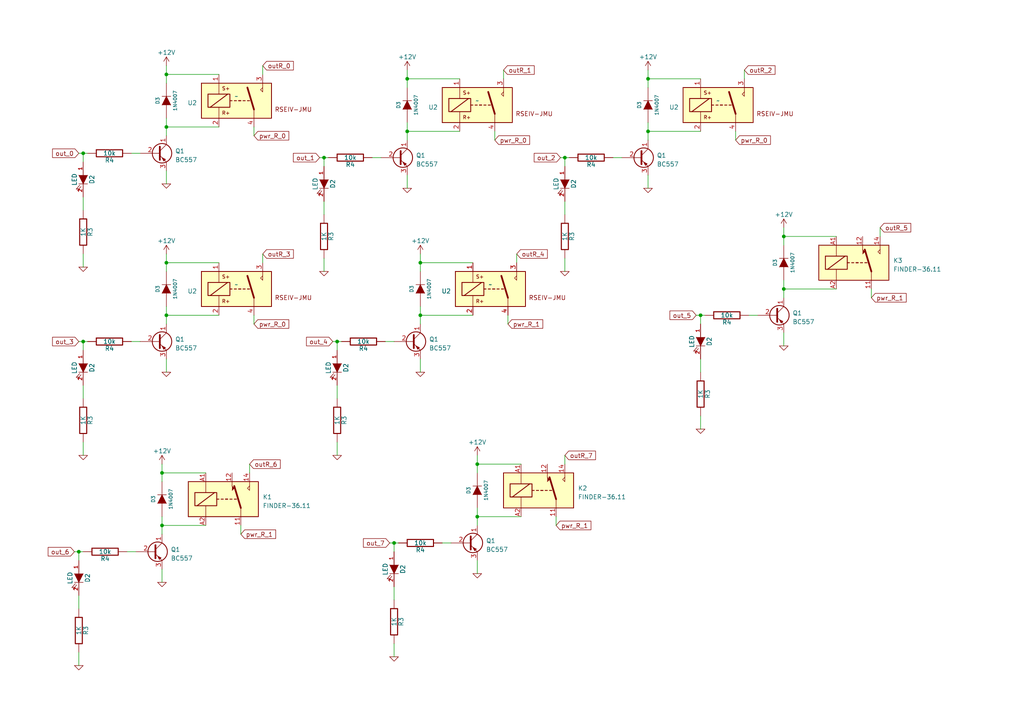
<source format=kicad_sch>
(kicad_sch (version 20230121) (generator eeschema)
  (paper "A4")
  (lib_symbols
    (symbol "Relay:FINDER-36.11"
      (property "Reference" "K" (at 11.43 3.81 0))
      (property "Value" "FINDER-36.11" (at 11.43 1.27 0))
      (symbol "FINDER-36.11_0_0"
        (polyline (pts (xy 2.54 3.81) (xy 2.54 5.08)))
        (polyline (pts (xy 7.62 3.81) (xy 7.62 5.08)))
        (polyline (pts (xy 7.62 3.81) (xy 7.62 2.54) (xy 6.985 3.175) (xy 7.62 3.81)))
      )
      (symbol "FINDER-36.11_0_1"
        (rectangle (start -10.16 5.08) (end 10.16 -5.08) (stroke (width 0.254)) (fill (type background)))
        (rectangle (start -8.255 1.905) (end -1.905 -1.905) (stroke (width 0.254)))
        (polyline (pts (xy -7.62 -1.905) (xy -2.54 1.905)) (stroke (width 0.254)))
        (polyline (pts (xy -5.08 -5.08) (xy -5.08 -1.905)))
        (polyline (pts (xy -5.08 5.08) (xy -5.08 1.905)))
        (polyline (pts (xy -1.905 0) (xy -1.27 0)) (stroke (width 0.254)))
        (polyline (pts (xy -0.635 0) (xy 0 0)) (stroke (width 0.254)))
        (polyline (pts (xy 0.635 0) (xy 1.27 0)) (stroke (width 0.254)))
        (polyline (pts (xy 0.635 0) (xy 1.27 0)) (stroke (width 0.254)))
        (polyline (pts (xy 1.905 0) (xy 2.54 0)) (stroke (width 0.254)))
        (polyline (pts (xy 3.175 0) (xy 3.81 0)) (stroke (width 0.254)))
        (polyline (pts (xy 5.08 -2.54) (xy 3.175 3.81)) (stroke (width 0.508)))
        (polyline (pts (xy 5.08 -2.54) (xy 5.08 -5.08)))
        (polyline (pts (xy 2.54 2.54) (xy 3.175 3.175) (xy 2.54 3.81)) (fill (type outline)))
      )
      (symbol "FINDER-36.11_1_1"
        (pin passive line (at 5.08 -7.62 90) (length 2.54) (name "~") (number "11"))
        (pin passive line (at 2.54 7.62 270) (length 2.54) (name "~") (number "12"))
        (pin passive line (at 7.62 7.62 270) (length 2.54) (name "~") (number "14"))
        (pin passive line (at -5.08 7.62 270) (length 2.54) (name "~") (number "A1"))
        (pin passive line (at -5.08 -7.62 90) (length 2.54) (name "~") (number "A2"))
      )
    )
    (symbol "Relay:RSEIV-JMU"
      (property "Reference" "U" (at 11.43 2.54 0))
      (symbol "RSEIV-JMU_0_0"
        (text "RSEIV-JMU" (at 16.51 -3.81 0) (effects (font (size 1.27 1.27))))
      )
      (symbol "RSEIV-JMU_1_1"
        (rectangle (start -10.16 3.81) (end 10.16 -6.35) (stroke (width 0.254)) (fill (type background)))
        (rectangle (start -8.255 0.635) (end -1.905 -3.175) (stroke (width 0.254)))
        (polyline (pts (xy -7.62 -3.175) (xy -2.54 0.635)) (stroke (width 0.254)))
        (polyline (pts (xy -5.08 -6.35) (xy -5.08 -3.175)))
        (polyline (pts (xy -5.08 3.81) (xy -5.08 0.635)))
        (polyline (pts (xy -1.905 -1.27) (xy -1.27 -1.27)) (stroke (width 0.254)))
        (polyline (pts (xy -0.635 -1.27) (xy 0 -1.27)) (stroke (width 0.254)))
        (polyline (pts (xy 0.635 -1.27) (xy 1.27 -1.27)) (stroke (width 0.254)))
        (polyline (pts (xy 0.635 -1.27) (xy 1.27 -1.27)) (stroke (width 0.254)))
        (polyline (pts (xy 1.905 -1.27) (xy 2.54 -1.27)) (stroke (width 0.254)))
        (polyline (pts (xy 3.175 -1.27) (xy 3.81 -1.27)) (stroke (width 0.254)))
        (polyline (pts (xy 5.08 -3.81) (xy 3.175 2.54)) (stroke (width 0.508)))
        (polyline (pts (xy 5.08 -3.81) (xy 5.08 -6.35)))
        (polyline (pts (xy 7.62 2.54) (xy 7.62 3.81)))
        (polyline (pts (xy 7.62 2.54) (xy 7.62 1.27) (xy 6.985 1.905) (xy 7.62 2.54)))
        (text "R+" (at -3.048 -4.826 0) (effects (font (size 1.016 1.016))))
        (text "S+" (at -3.048 2.286 0) (effects (font (size 1.016 1.016))))
        (pin passive line (at -5.08 6.35 270) (length 2.54) (name "~") (number "1"))
        (pin passive line (at -5.08 -8.89 90) (length 2.54) (name "~") (number "2"))
        (pin passive line (at 7.62 6.35 270) (length 2.54) (name "~") (number "3"))
        (pin passive line (at 5.08 -8.89 90) (length 2.54) (name "~") (number "4"))
      )
    )
    (symbol "Transistor_BJT:BC557" (pin_names (offset 0) hide)
      (property "Reference" "Q" (at 5.08 1.905 0))
      (property "Value" "BC557" (at 5.08 0 0))
      (symbol "BC557_0_1"
        (polyline (pts (xy 0.635 0.635) (xy 2.54 2.54)))
        (polyline (pts (xy 0.635 -0.635) (xy 2.54 -2.54) (xy 2.54 -2.54)))
        (polyline (pts (xy 0.635 1.905) (xy 0.635 -1.905) (xy 0.635 -1.905)) (stroke (width 0.508)))
        (polyline (pts (xy 2.286 -1.778) (xy 1.778 -2.286) (xy 1.27 -1.27) (xy 2.286 -1.778) (xy 2.286 -1.778)) (fill (type outline)))
        (circle (center 1.27 0) (radius 2.8194) (stroke (width 0.254)))
      )
      (symbol "BC557_1_1"
        (pin passive line (at 2.54 5.08 270) (length 2.54) (name "C") (number "1"))
        (pin input line (at -5.08 0 0) (length 5.715) (name "B") (number "2"))
        (pin passive line (at 2.54 -5.08 90) (length 2.54) (name "E") (number "3"))
      )
    )
    (symbol "plc-rescue:DIODE" (pin_numbers hide) (pin_names (offset 1.016) hide)
      (property "Reference" "D" (at 0 2.54 0))
      (property "Value" "DIODE" (at 0 -2.54 0))
      (symbol "DIODE_0_1"
        (polyline (pts (xy 1.27 1.27) (xy 1.27 -1.27)) (stroke (width 0.1524)))
        (polyline (pts (xy -1.27 1.27) (xy 1.27 0) (xy -1.27 -1.27)) (fill (type outline)))
      )
      (symbol "DIODE_1_1"
        (pin passive line (at -5.08 0 0) (length 3.81) (name "A") (number "1"))
        (pin passive line (at 5.08 0 180) (length 3.81) (name "K") (number "2"))
      )
    )
    (symbol "plc-rescue:GND" (power) (pin_names (offset 0))
      (symbol "GND_0_1"
        (polyline (pts (xy -1.27 0) (xy 0 -1.27) (xy 1.27 0) (xy -1.27 0)))
      )
      (symbol "GND_1_1"
        (pin power_in line (at 0 0 90) (length 0) hide (name "GND") (number "1"))
      )
    )
    (symbol "plc-rescue:LED" (pin_names (offset 1.016) hide)
      (property "Reference" "D" (at 0 2.54 0))
      (property "Value" "LED" (at 0 -2.54 0))
      (symbol "LED_0_1"
        (polyline (pts (xy 1.27 1.27) (xy 1.27 -1.27)))
        (polyline (pts (xy -1.27 1.27) (xy 1.27 0) (xy -1.27 -1.27)) (fill (type outline)))
        (polyline (pts (xy 1.651 -1.016) (xy 2.794 -2.032) (xy 2.667 -1.397)))
        (polyline (pts (xy 2.032 -0.635) (xy 3.175 -1.651) (xy 3.048 -1.016)))
      )
      (symbol "LED_1_1"
        (pin passive line (at -5.08 0 0) (length 3.81) (name "A") (number "1"))
        (pin passive line (at 5.08 0 180) (length 3.81) (name "K") (number "2"))
      )
    )
    (symbol "plc-rescue:R" (pin_numbers hide) (pin_names (offset 0))
      (property "Reference" "R" (at 2.032 0 90))
      (property "Value" "R" (at 0 0 90))
      (symbol "R_0_1"
        (rectangle (start -1.016 3.81) (end 1.016 -3.81) (stroke (width 0.3048)))
      )
      (symbol "R_1_1"
        (pin passive line (at 0 6.35 270) (length 2.54) (name "~") (number "1"))
        (pin passive line (at 0 -6.35 90) (length 2.54) (name "~") (number "2"))
      )
    )
    (symbol "power:+12V" (power) (pin_names (offset 0))
      (property "Value" "+12V" (at 0 3.556 0))
      (symbol "+12V_0_1"
        (polyline (pts (xy -0.762 1.27) (xy 0 2.54)))
        (polyline (pts (xy 0 0) (xy 0 2.54)))
        (polyline (pts (xy 0 2.54) (xy 0.762 1.27)))
      )
      (symbol "+12V_1_1"
        (pin power_in line (at 0 0 90) (length 0) hide (name "+12V") (number "1"))
      )
    )
  )
  (junction (at 48.26 21.59))
  (junction (at 138.43 149.86))
  (junction (at 48.26 36.83))
  (junction (at 114.3 157.48))
  (junction (at 22.86 160.02))
  (junction (at 227.33 83.82))
  (junction (at 187.96 38.1))
  (junction (at 24.13 44.45))
  (junction (at 203.2 91.44))
  (junction (at 93.98 45.72))
  (junction (at 227.33 68.58))
  (junction (at 121.92 76.2))
  (junction (at 121.92 91.44))
  (junction (at 48.26 76.2))
  (junction (at 118.11 22.86))
  (junction (at 46.99 152.4))
  (junction (at 24.13 99.06))
  (junction (at 118.11 38.1))
  (junction (at 187.96 22.86))
  (junction (at 138.43 134.62))
  (junction (at 48.26 91.44))
  (junction (at 163.83 45.72))
  (junction (at 46.99 137.16))
  (junction (at 97.79 99.06))
  (wire (pts (xy 22.86 189.23) (xy 22.86 193.04)))
  (wire (pts (xy 138.43 149.86) (xy 138.43 152.4)))
  (wire (pts (xy 163.83 45.72) (xy 165.1 45.72)))
  (wire (pts (xy 69.85 152.4) (xy 69.85 154.94)))
  (wire (pts (xy 48.26 39.37) (xy 48.26 36.83)))
  (wire (pts (xy 24.13 99.06) (xy 25.4 99.06)))
  (wire (pts (xy 213.36 38.1) (xy 213.36 40.64)))
  (wire (pts (xy 93.98 45.72) (xy 93.98 48.26)))
  (wire (pts (xy 48.26 21.59) (xy 63.5 21.59)))
  (wire (pts (xy 48.26 91.44) (xy 63.5 91.44)))
  (wire (pts (xy 48.26 36.83) (xy 63.5 36.83)))
  (wire (pts (xy 227.33 68.58) (xy 242.57 68.58)))
  (wire (pts (xy 138.43 162.56) (xy 138.43 166.37)))
  (wire (pts (xy 118.11 22.86) (xy 118.11 20.32)))
  (wire (pts (xy 97.79 111.76) (xy 97.79 115.57)))
  (wire (pts (xy 93.98 45.72) (xy 95.25 45.72)))
  (wire (pts (xy 227.33 86.36) (xy 227.33 83.82)))
  (wire (pts (xy 22.86 160.02) (xy 22.86 162.56)))
  (wire (pts (xy 92.71 45.72) (xy 93.98 45.72)))
  (wire (pts (xy 107.95 45.72) (xy 110.49 45.72)))
  (wire (pts (xy 252.73 83.82) (xy 252.73 86.36)))
  (wire (pts (xy 227.33 83.82) (xy 242.57 83.82)))
  (wire (pts (xy 24.13 128.27) (xy 24.13 132.08)))
  (wire (pts (xy 163.83 45.72) (xy 163.83 48.26)))
  (wire (pts (xy 118.11 50.8) (xy 118.11 54.61)))
  (wire (pts (xy 163.83 58.42) (xy 163.83 62.23)))
  (wire (pts (xy 97.79 128.27) (xy 97.79 132.08)))
  (wire (pts (xy 48.26 21.59) (xy 48.26 19.05)))
  (wire (pts (xy 46.99 165.1) (xy 46.99 168.91)))
  (wire (pts (xy 227.33 71.12) (xy 227.33 68.58)))
  (wire (pts (xy 187.96 40.64) (xy 187.96 38.1)))
  (wire (pts (xy 121.92 91.44) (xy 121.92 88.9)))
  (wire (pts (xy 118.11 25.4) (xy 118.11 22.86)))
  (wire (pts (xy 73.66 36.83) (xy 73.66 39.37)))
  (wire (pts (xy 22.86 99.06) (xy 24.13 99.06)))
  (wire (pts (xy 121.92 76.2) (xy 137.16 76.2)))
  (wire (pts (xy 24.13 73.66) (xy 24.13 77.47)))
  (wire (pts (xy 76.2 73.66) (xy 76.2 76.2)))
  (wire (pts (xy 76.2 19.05) (xy 76.2 21.59)))
  (wire (pts (xy 255.27 66.04) (xy 255.27 68.58)))
  (wire (pts (xy 149.86 73.66) (xy 149.86 76.2)))
  (wire (pts (xy 138.43 149.86) (xy 151.13 149.86)))
  (wire (pts (xy 48.26 104.14) (xy 48.26 107.95)))
  (wire (pts (xy 203.2 91.44) (xy 203.2 93.98)))
  (wire (pts (xy 121.92 78.74) (xy 121.92 76.2)))
  (wire (pts (xy 24.13 111.76) (xy 24.13 115.57)))
  (wire (pts (xy 201.93 91.44) (xy 203.2 91.44)))
  (wire (pts (xy 187.96 50.8) (xy 187.96 54.61)))
  (wire (pts (xy 21.59 160.02) (xy 22.86 160.02)))
  (wire (pts (xy 48.26 36.83) (xy 48.26 34.29)))
  (wire (pts (xy 46.99 137.16) (xy 59.69 137.16)))
  (wire (pts (xy 114.3 170.18) (xy 114.3 173.99)))
  (wire (pts (xy 187.96 22.86) (xy 203.2 22.86)))
  (wire (pts (xy 118.11 40.64) (xy 118.11 38.1)))
  (wire (pts (xy 203.2 120.65) (xy 203.2 124.46)))
  (wire (pts (xy 97.79 99.06) (xy 99.06 99.06)))
  (wire (pts (xy 93.98 74.93) (xy 93.98 78.74)))
  (wire (pts (xy 48.26 49.53) (xy 48.26 53.34)))
  (wire (pts (xy 48.26 76.2) (xy 48.26 73.66)))
  (wire (pts (xy 163.83 74.93) (xy 163.83 78.74)))
  (wire (pts (xy 24.13 44.45) (xy 24.13 46.99)))
  (wire (pts (xy 36.83 160.02) (xy 39.37 160.02)))
  (wire (pts (xy 227.33 68.58) (xy 227.33 66.04)))
  (wire (pts (xy 203.2 104.14) (xy 203.2 107.95)))
  (wire (pts (xy 24.13 99.06) (xy 24.13 101.6)))
  (wire (pts (xy 147.32 91.44) (xy 147.32 93.98)))
  (wire (pts (xy 128.27 157.48) (xy 130.81 157.48)))
  (wire (pts (xy 138.43 134.62) (xy 138.43 137.16)))
  (wire (pts (xy 146.05 20.32) (xy 146.05 22.86)))
  (wire (pts (xy 22.86 160.02) (xy 24.13 160.02)))
  (wire (pts (xy 46.99 137.16) (xy 46.99 139.7)))
  (wire (pts (xy 121.92 104.14) (xy 121.92 107.95)))
  (wire (pts (xy 111.76 99.06) (xy 114.3 99.06)))
  (wire (pts (xy 97.79 99.06) (xy 97.79 101.6)))
  (wire (pts (xy 73.66 91.44) (xy 73.66 93.98)))
  (wire (pts (xy 22.86 172.72) (xy 22.86 176.53)))
  (wire (pts (xy 48.26 91.44) (xy 48.26 88.9)))
  (wire (pts (xy 138.43 132.08) (xy 138.43 134.62)))
  (wire (pts (xy 38.1 99.06) (xy 40.64 99.06)))
  (wire (pts (xy 46.99 149.86) (xy 46.99 152.4)))
  (wire (pts (xy 215.9 20.32) (xy 215.9 22.86)))
  (wire (pts (xy 48.26 93.98) (xy 48.26 91.44)))
  (wire (pts (xy 93.98 58.42) (xy 93.98 62.23)))
  (wire (pts (xy 114.3 186.69) (xy 114.3 190.5)))
  (wire (pts (xy 187.96 38.1) (xy 203.2 38.1)))
  (wire (pts (xy 46.99 152.4) (xy 46.99 154.94)))
  (wire (pts (xy 22.86 44.45) (xy 24.13 44.45)))
  (wire (pts (xy 114.3 157.48) (xy 114.3 160.02)))
  (wire (pts (xy 227.33 83.82) (xy 227.33 81.28)))
  (wire (pts (xy 46.99 152.4) (xy 59.69 152.4)))
  (wire (pts (xy 46.99 134.62) (xy 46.99 137.16)))
  (wire (pts (xy 121.92 93.98) (xy 121.92 91.44)))
  (wire (pts (xy 48.26 76.2) (xy 63.5 76.2)))
  (wire (pts (xy 96.52 99.06) (xy 97.79 99.06)))
  (wire (pts (xy 24.13 57.15) (xy 24.13 60.96)))
  (wire (pts (xy 163.83 132.08) (xy 163.83 134.62)))
  (wire (pts (xy 24.13 44.45) (xy 25.4 44.45)))
  (wire (pts (xy 118.11 22.86) (xy 133.35 22.86)))
  (wire (pts (xy 177.8 45.72) (xy 180.34 45.72)))
  (wire (pts (xy 118.11 38.1) (xy 133.35 38.1)))
  (wire (pts (xy 187.96 38.1) (xy 187.96 35.56)))
  (wire (pts (xy 162.56 45.72) (xy 163.83 45.72)))
  (wire (pts (xy 38.1 44.45) (xy 40.64 44.45)))
  (wire (pts (xy 48.26 78.74) (xy 48.26 76.2)))
  (wire (pts (xy 113.03 157.48) (xy 114.3 157.48)))
  (wire (pts (xy 143.51 38.1) (xy 143.51 40.64)))
  (wire (pts (xy 227.33 96.52) (xy 227.33 100.33)))
  (wire (pts (xy 138.43 134.62) (xy 151.13 134.62)))
  (wire (pts (xy 121.92 91.44) (xy 137.16 91.44)))
  (wire (pts (xy 48.26 24.13) (xy 48.26 21.59)))
  (wire (pts (xy 217.17 91.44) (xy 219.71 91.44)))
  (wire (pts (xy 72.39 134.62) (xy 72.39 137.16)))
  (wire (pts (xy 138.43 147.32) (xy 138.43 149.86)))
  (wire (pts (xy 203.2 91.44) (xy 204.47 91.44)))
  (wire (pts (xy 114.3 157.48) (xy 115.57 157.48)))
  (wire (pts (xy 121.92 76.2) (xy 121.92 73.66)))
  (wire (pts (xy 118.11 38.1) (xy 118.11 35.56)))
  (wire (pts (xy 161.29 149.86) (xy 161.29 152.4)))
  (wire (pts (xy 187.96 25.4) (xy 187.96 22.86)))
  (wire (pts (xy 187.96 22.86) (xy 187.96 20.32)))
  (global_label "out_1" (shape input) (at 92.71 45.72 180) (property "Intersheetrefs" "${INTERSHEET_REFS}" (effects hide)))
  (global_label "out_6" (shape input) (at 21.59 160.02 180) (property "Intersheetrefs" "${INTERSHEET_REFS}" (effects hide)))
  (global_label "pwr_R_1" (shape input) (at 69.85 154.94 0) (property "Intersheetrefs" "${INTERSHEET_REFS}" (effects hide)))
  (global_label "out_7" (shape input) (at 113.03 157.48 180) (property "Intersheetrefs" "${INTERSHEET_REFS}" (effects hide)))
  (global_label "out_3" (shape input) (at 22.86 99.06 180) (property "Intersheetrefs" "${INTERSHEET_REFS}" (effects hide)))
  (global_label "outR_6" (shape input) (at 72.39 134.62 0) (property "Intersheetrefs" "${INTERSHEET_REFS}" (effects hide)))
  (global_label "outR_3" (shape input) (at 76.2 73.66 0) (property "Intersheetrefs" "${INTERSHEET_REFS}" (effects hide)))
  (global_label "out_4" (shape input) (at 96.52 99.06 180) (property "Intersheetrefs" "${INTERSHEET_REFS}" (effects hide)))
  (global_label "pwr_R_1" (shape input) (at 147.32 93.98 0) (property "Intersheetrefs" "${INTERSHEET_REFS}" (effects hide)))
  (global_label "outR_5" (shape input) (at 255.27 66.04 0) (property "Intersheetrefs" "${INTERSHEET_REFS}" (effects hide)))
  (global_label "out_2" (shape input) (at 162.56 45.72 180) (property "Intersheetrefs" "${INTERSHEET_REFS}" (effects hide)))
  (global_label "pwr_R_1" (shape input) (at 161.29 152.4 0) (property "Intersheetrefs" "${INTERSHEET_REFS}" (effects hide)))
  (global_label "pwr_R_0" (shape input) (at 73.66 93.98 0) (property "Intersheetrefs" "${INTERSHEET_REFS}" (effects hide)))
  (global_label "outR_1" (shape input) (at 146.05 20.32 0) (property "Intersheetrefs" "${INTERSHEET_REFS}" (effects hide)))
  (global_label "pwr_R_0" (shape input) (at 73.66 39.37 0) (property "Intersheetrefs" "${INTERSHEET_REFS}" (effects hide)))
  (global_label "pwr_R_0" (shape input) (at 213.36 40.64 0) (property "Intersheetrefs" "${INTERSHEET_REFS}" (effects hide)))
  (global_label "outR_7" (shape input) (at 163.83 132.08 0) (property "Intersheetrefs" "${INTERSHEET_REFS}" (effects hide)))
  (global_label "outR_4" (shape input) (at 149.86 73.66 0) (property "Intersheetrefs" "${INTERSHEET_REFS}" (effects hide)))
  (global_label "outR_0" (shape input) (at 76.2 19.05 0) (property "Intersheetrefs" "${INTERSHEET_REFS}" (effects hide)))
  (global_label "pwr_R_1" (shape input) (at 252.73 86.36 0) (property "Intersheetrefs" "${INTERSHEET_REFS}" (effects hide)))
  (global_label "pwr_R_0" (shape input) (at 143.51 40.64 0) (property "Intersheetrefs" "${INTERSHEET_REFS}" (effects hide)))
  (global_label "out_0" (shape input) (at 22.86 44.45 180) (property "Intersheetrefs" "${INTERSHEET_REFS}" (effects hide)))
  (global_label "outR_2" (shape input) (at 215.9 20.32 0) (property "Intersheetrefs" "${INTERSHEET_REFS}" (effects hide)))
  (global_label "out_5" (shape input) (at 201.93 91.44 180) (property "Intersheetrefs" "${INTERSHEET_REFS}" (effects hide)))
  (symbol (lib_id "plc-rescue:R") (at 203.2 114.3 0) (unit 1)
    (property "Reference" "R3" (at 205.232 114.3 90))
    (property "Value" "1K" (at 203.2 114.3 90))
    (property "Footprint" "Resistor_THT:R_Axial_DIN0204_L3.6mm_D1.6mm_P5.08mm_Horizontal" (effects hide))
    (instances (project "plc" (path "" (reference "R3") (unit 1)) (path "" (reference "R29") (unit 1))))
  )
  (symbol (lib_id "plc-rescue:GND") (at 48.26 53.34 0) (unit 1)
    (property "Reference" "#PWR0105" (effects hide))
    (property "Value" "GND" (effects hide))
    (instances (project "plc" (path "" (reference "#PWR0105") (unit 1)) (path "" (reference "#PWR03") (unit 1))))
  )
  (symbol (lib_id "plc-rescue:GND") (at 46.99 168.91 0) (unit 1)
    (property "Reference" "#PWR0105" (effects hide))
    (property "Value" "GND" (effects hide))
    (instances (project "plc" (path "" (reference "#PWR0105") (unit 1)) (path "" (reference "#PWR015") (unit 1))))
  )
  (symbol (lib_id "plc-rescue:GND") (at 118.11 54.61 0) (unit 1)
    (property "Reference" "#PWR0105" (effects hide))
    (property "Value" "GND" (effects hide))
    (instances (project "plc" (path "" (reference "#PWR0105") (unit 1)) (path "" (reference "#PWR046") (unit 1))))
  )
  (symbol (lib_id "plc-rescue:R") (at 101.6 45.72 270) (unit 1)
    (property "Reference" "R4" (at 101.6 47.752 90))
    (property "Value" "10k" (at 101.6 45.72 90))
    (property "Footprint" "Resistor_THT:R_Axial_DIN0204_L3.6mm_D1.6mm_P5.08mm_Horizontal" (effects hide))
    (instances (project "plc" (path "" (reference "R4") (unit 1)) (path "" (reference "R22") (unit 1))))
  )
  (symbol (lib_id "plc-rescue:GND") (at 203.2 124.46 0) (unit 1)
    (property "Reference" "#PWR0103" (effects hide))
    (property "Value" "GND" (effects hide))
    (instances (project "plc" (path "" (reference "#PWR0103") (unit 1)) (path "" (reference "#PWR056") (unit 1))))
  )
  (symbol (lib_id "plc-rescue:LED") (at 163.83 53.34 270) (unit 1)
    (property "Reference" "D2" (at 166.37 53.34 0))
    (property "Value" "LED" (at 161.29 53.34 0))
    (property "Footprint" "LED_THT:LED_D3.0mm" (effects hide))
    (instances (project "plc" (path "" (reference "D2") (unit 1)) (path "" (reference "D15") (unit 1))))
  )
  (symbol (lib_id "plc-rescue:LED") (at 93.98 53.34 270) (unit 1)
    (property "Reference" "D2" (at 96.52 53.34 0))
    (property "Value" "LED" (at 91.44 53.34 0))
    (property "Footprint" "LED_THT:LED_D3.0mm" (effects hide))
    (instances (project "plc" (path "" (reference "D2") (unit 1)) (path "" (reference "D13") (unit 1))))
  )
  (symbol (lib_id "power:+12V") (at 121.92 73.66 0) (unit 1)
    (property "Reference" "#PWR04" (effects hide))
    (property "Value" "+12V" (at 121.92 69.85 0))
    (instances (project "plc" (path "" (reference "#PWR04") (unit 1)) (path "" (reference "#PWR054") (unit 1))))
  )
  (symbol (lib_id "plc-rescue:DIODE") (at 121.92 83.82 90) (unit 1)
    (property "Reference" "D3" (at 119.38 83.82 0) (effects (font (size 1.016 1.016))))
    (property "Value" "1N4007" (at 124.46 83.82 0) (effects (font (size 1.016 1.016))))
    (property "Footprint" "Diode_THT:D_A-405_P7.62mm_Horizontal" (effects hide))
    (instances (project "plc" (path "" (reference "D3") (unit 1)) (path "" (reference "D20") (unit 1))))
  )
  (symbol (lib_id "plc-rescue:R") (at 210.82 91.44 270) (unit 1)
    (property "Reference" "R4" (at 210.82 93.472 90))
    (property "Value" "10k" (at 210.82 91.44 90))
    (property "Footprint" "Resistor_THT:R_Axial_DIN0204_L3.6mm_D1.6mm_P5.08mm_Horizontal" (effects hide))
    (instances (project "plc" (path "" (reference "R4") (unit 1)) (path "" (reference "R30") (unit 1))))
  )
  (symbol (lib_id "plc-rescue:GND") (at 48.26 107.95 0) (unit 1)
    (property "Reference" "#PWR0105" (effects hide))
    (property "Value" "GND" (effects hide))
    (instances (project "plc" (path "" (reference "#PWR0105") (unit 1)) (path "" (reference "#PWR052") (unit 1))))
  )
  (symbol (lib_id "power:+12V") (at 46.99 134.62 0) (unit 1)
    (property "Reference" "#PWR04" (effects hide))
    (property "Value" "+12V" (at 46.99 130.81 0))
    (instances (project "plc" (path "" (reference "#PWR04") (unit 1)) (path "" (reference "#PWR014") (unit 1))))
  )
  (symbol (lib_id "plc-rescue:LED") (at 114.3 165.1 270) (unit 1)
    (property "Reference" "D2" (at 116.84 165.1 0))
    (property "Value" "LED" (at 111.76 165.1 0))
    (property "Footprint" "LED_THT:LED_D3.0mm" (effects hide))
    (instances (project "plc" (path "" (reference "D2") (unit 1)) (path "" (reference "D23") (unit 1))))
  )
  (symbol (lib_id "Transistor_BJT:BC557") (at 224.79 91.44 0) (unit 1)
    (property "Reference" "Q1" (at 229.87 90.805 0) (effects (justify left)))
    (property "Value" "BC557" (at 229.87 93.345 0) (effects (justify left)))
    (property "Footprint" "Package_TO_SOT_THT:TO-92_Inline" (effects hide))
    (property "Datasheet" "https://www.onsemi.com/pub/Collateral/BC556BTA-D.pdf" (effects hide))
    (instances (project "plc" (path "" (reference "Q1") (unit 1)) (path "" (reference "Q7") (unit 1))))
  )
  (symbol (lib_id "plc-rescue:R") (at 31.75 99.06 270) (unit 1)
    (property "Reference" "R4" (at 31.75 101.092 90))
    (property "Value" "10k" (at 31.75 99.06 90))
    (property "Footprint" "Resistor_THT:R_Axial_DIN0204_L3.6mm_D1.6mm_P5.08mm_Horizontal" (effects hide))
    (instances (project "plc" (path "" (reference "R4") (unit 1)) (path "" (reference "R26") (unit 1))))
  )
  (symbol (lib_id "Relay:FINDER-36.11") (at 247.65 76.2 0) (unit 1)
    (property "Reference" "K3" (at 259.08 75.565 0) (effects (justify left)))
    (property "Value" "FINDER-36.11" (at 259.08 78.105 0) (effects (justify left)))
    (property "Footprint" "Relay_THT:Relay_SPDT_Finder_36.11" (effects hide))
    (property "Datasheet" "https://gfinder.findernet.com/public/attachments/36/EN/S36EN.pdf" (effects hide))
  )
  (symbol (lib_id "Relay:RSEIV-JMU") (at 208.28 29.21 0) (unit 1)
    (property "Reference" "U2" (at 196.85 31.115 0) (effects (justify right)))
    (property "Value" "~" (at 208.28 29.21 0))
    (property "Footprint" "Relay_THT:RSEIV-JMU" (effects hide))
    (instances (project "plc" (path "" (reference "U2") (unit 1)) (path "" (reference "U13") (unit 1))))
  )
  (symbol (lib_id "plc-rescue:DIODE") (at 187.96 30.48 90) (unit 1)
    (property "Reference" "D3" (at 185.42 30.48 0) (effects (font (size 1.016 1.016))))
    (property "Value" "1N4007" (at 190.5 30.48 0) (effects (font (size 1.016 1.016))))
    (property "Footprint" "Diode_THT:D_A-405_P7.62mm_Horizontal" (effects hide))
    (instances (project "plc" (path "" (reference "D3") (unit 1)) (path "" (reference "D16") (unit 1))))
  )
  (symbol (lib_id "plc-rescue:LED") (at 203.2 99.06 270) (unit 1)
    (property "Reference" "D2" (at 205.74 99.06 0))
    (property "Value" "LED" (at 200.66 99.06 0))
    (property "Footprint" "LED_THT:LED_D3.0mm" (effects hide))
    (instances (project "plc" (path "" (reference "D2") (unit 1)) (path "" (reference "D21") (unit 1))))
  )
  (symbol (lib_id "plc-rescue:GND") (at 97.79 132.08 0) (unit 1)
    (property "Reference" "#PWR0103" (effects hide))
    (property "Value" "GND" (effects hide))
    (instances (project "plc" (path "" (reference "#PWR0103") (unit 1)) (path "" (reference "#PWR053") (unit 1))))
  )
  (symbol (lib_id "plc-rescue:LED") (at 22.86 167.64 270) (unit 1)
    (property "Reference" "D2" (at 25.4 167.64 0))
    (property "Value" "LED" (at 20.32 167.64 0))
    (property "Footprint" "LED_THT:LED_D3.0mm" (effects hide))
  )
  (symbol (lib_id "Transistor_BJT:BC557") (at 115.57 45.72 0) (unit 1)
    (property "Reference" "Q1" (at 120.65 45.085 0) (effects (justify left)))
    (property "Value" "BC557" (at 120.65 47.625 0) (effects (justify left)))
    (property "Footprint" "Package_TO_SOT_THT:TO-92_Inline" (effects hide))
    (property "Datasheet" "https://www.onsemi.com/pub/Collateral/BC556BTA-D.pdf" (effects hide))
    (instances (project "plc" (path "" (reference "Q1") (unit 1)) (path "" (reference "Q3") (unit 1))))
  )
  (symbol (lib_id "plc-rescue:GND") (at 227.33 100.33 0) (unit 1)
    (property "Reference" "#PWR0105" (effects hide))
    (property "Value" "GND" (effects hide))
    (instances (project "plc" (path "" (reference "#PWR0105") (unit 1)) (path "" (reference "#PWR058") (unit 1))))
  )
  (symbol (lib_id "power:+12V") (at 48.26 73.66 0) (unit 1)
    (property "Reference" "#PWR04" (effects hide))
    (property "Value" "+12V" (at 48.26 69.85 0))
    (instances (project "plc" (path "" (reference "#PWR04") (unit 1)) (path "" (reference "#PWR051") (unit 1))))
  )
  (symbol (lib_id "Transistor_BJT:BC557") (at 45.72 99.06 0) (unit 1)
    (property "Reference" "Q1" (at 50.8 98.425 0) (effects (justify left)))
    (property "Value" "BC557" (at 50.8 100.965 0) (effects (justify left)))
    (property "Footprint" "Package_TO_SOT_THT:TO-92_Inline" (effects hide))
    (property "Datasheet" "https://www.onsemi.com/pub/Collateral/BC556BTA-D.pdf" (effects hide))
    (instances (project "plc" (path "" (reference "Q1") (unit 1)) (path "" (reference "Q5") (unit 1))))
  )
  (symbol (lib_id "plc-rescue:R") (at 97.79 121.92 0) (unit 1)
    (property "Reference" "R3" (at 99.822 121.92 90))
    (property "Value" "1K" (at 97.79 121.92 90))
    (property "Footprint" "Resistor_THT:R_Axial_DIN0204_L3.6mm_D1.6mm_P5.08mm_Horizontal" (effects hide))
    (instances (project "plc" (path "" (reference "R3") (unit 1)) (path "" (reference "R27") (unit 1))))
  )
  (symbol (lib_id "Transistor_BJT:BC557") (at 44.45 160.02 0) (unit 1)
    (property "Reference" "Q1" (at 49.53 159.385 0) (effects (justify left)))
    (property "Value" "BC557" (at 49.53 161.925 0) (effects (justify left)))
    (property "Footprint" "Package_TO_SOT_THT:TO-92_Inline" (effects hide))
    (property "Datasheet" "https://www.onsemi.com/pub/Collateral/BC556BTA-D.pdf" (effects hide))
  )
  (symbol (lib_id "plc-rescue:R") (at 171.45 45.72 270) (unit 1)
    (property "Reference" "R4" (at 171.45 47.752 90))
    (property "Value" "10k" (at 171.45 45.72 90))
    (property "Footprint" "Resistor_THT:R_Axial_DIN0204_L3.6mm_D1.6mm_P5.08mm_Horizontal" (effects hide))
    (instances (project "plc" (path "" (reference "R4") (unit 1)) (path "" (reference "R24") (unit 1))))
  )
  (symbol (lib_id "plc-rescue:GND") (at 187.96 54.61 0) (unit 1)
    (property "Reference" "#PWR0105" (effects hide))
    (property "Value" "GND" (effects hide))
    (instances (project "plc" (path "" (reference "#PWR0105") (unit 1)) (path "" (reference "#PWR049") (unit 1))))
  )
  (symbol (lib_id "power:+12V") (at 227.33 66.04 0) (unit 1)
    (property "Reference" "#PWR04" (effects hide))
    (property "Value" "+12V" (at 227.33 62.23 0))
    (instances (project "plc" (path "" (reference "#PWR04") (unit 1)) (path "" (reference "#PWR057") (unit 1))))
  )
  (symbol (lib_id "power:+12V") (at 138.43 132.08 0) (unit 1)
    (property "Reference" "#PWR04" (effects hide))
    (property "Value" "+12V" (at 138.43 128.27 0))
    (instances (project "plc" (path "" (reference "#PWR04") (unit 1)) (path "" (reference "#PWR061") (unit 1))))
  )
  (symbol (lib_id "Transistor_BJT:BC557") (at 185.42 45.72 0) (unit 1)
    (property "Reference" "Q1" (at 190.5 45.085 0) (effects (justify left)))
    (property "Value" "BC557" (at 190.5 47.625 0) (effects (justify left)))
    (property "Footprint" "Package_TO_SOT_THT:TO-92_Inline" (effects hide))
    (property "Datasheet" "https://www.onsemi.com/pub/Collateral/BC556BTA-D.pdf" (effects hide))
    (instances (project "plc" (path "" (reference "Q1") (unit 1)) (path "" (reference "Q4") (unit 1))))
  )
  (symbol (lib_id "Relay:FINDER-36.11") (at 64.77 144.78 0) (unit 1)
    (property "Reference" "K1" (at 76.2 144.145 0) (effects (justify left)))
    (property "Value" "FINDER-36.11" (at 76.2 146.685 0) (effects (justify left)))
    (property "Footprint" "Relay_THT:Relay_SPDT_Finder_36.11" (effects hide))
    (property "Datasheet" "https://gfinder.findernet.com/public/attachments/36/EN/S36EN.pdf" (effects hide))
  )
  (symbol (lib_id "Relay:RSEIV-JMU") (at 68.58 82.55 0) (unit 1)
    (property "Reference" "U2" (at 57.15 84.455 0) (effects (justify right)))
    (property "Value" "~" (at 68.58 82.55 0))
    (property "Footprint" "Relay_THT:RSEIV-JMU" (effects hide))
    (instances (project "plc" (path "" (reference "U2") (unit 1)) (path "" (reference "U14") (unit 1))))
  )
  (symbol (lib_id "power:+12V") (at 187.96 20.32 0) (unit 1)
    (property "Reference" "#PWR04" (effects hide))
    (property "Value" "+12V" (at 187.96 16.51 0))
    (instances (project "plc" (path "" (reference "#PWR04") (unit 1)) (path "" (reference "#PWR048") (unit 1))))
  )
  (symbol (lib_id "plc-rescue:GND") (at 163.83 78.74 0) (unit 1)
    (property "Reference" "#PWR0103" (effects hide))
    (property "Value" "GND" (effects hide))
    (instances (project "plc" (path "" (reference "#PWR0103") (unit 1)) (path "" (reference "#PWR047") (unit 1))))
  )
  (symbol (lib_id "power:+12V") (at 118.11 20.32 0) (unit 1)
    (property "Reference" "#PWR04" (effects hide))
    (property "Value" "+12V" (at 118.11 16.51 0))
    (instances (project "plc" (path "" (reference "#PWR04") (unit 1)) (path "" (reference "#PWR045") (unit 1))))
  )
  (symbol (lib_id "plc-rescue:GND") (at 24.13 132.08 0) (unit 1)
    (property "Reference" "#PWR0103" (effects hide))
    (property "Value" "GND" (effects hide))
    (instances (project "plc" (path "" (reference "#PWR0103") (unit 1)) (path "" (reference "#PWR050") (unit 1))))
  )
  (symbol (lib_id "Relay:RSEIV-JMU") (at 68.58 27.94 0) (unit 1)
    (property "Reference" "U2" (at 57.15 29.845 0) (effects (justify right)))
    (property "Value" "~" (at 68.58 27.94 0))
    (property "Footprint" "Relay_THT:RSEIV-JMU" (effects hide))
    (instances (project "plc" (path "" (reference "U2") (unit 1)) (path "" (reference "U3") (unit 1))))
  )
  (symbol (lib_id "plc-rescue:DIODE") (at 118.11 30.48 90) (unit 1)
    (property "Reference" "D3" (at 115.57 30.48 0) (effects (font (size 1.016 1.016))))
    (property "Value" "1N4007" (at 120.65 30.48 0) (effects (font (size 1.016 1.016))))
    (property "Footprint" "Diode_THT:D_A-405_P7.62mm_Horizontal" (effects hide))
    (instances (project "plc" (path "" (reference "D3") (unit 1)) (path "" (reference "D14") (unit 1))))
  )
  (symbol (lib_id "plc-rescue:LED") (at 97.79 106.68 270) (unit 1)
    (property "Reference" "D2" (at 100.33 106.68 0))
    (property "Value" "LED" (at 95.25 106.68 0))
    (property "Footprint" "LED_THT:LED_D3.0mm" (effects hide))
    (instances (project "plc" (path "" (reference "D2") (unit 1)) (path "" (reference "D19") (unit 1))))
  )
  (symbol (lib_id "plc-rescue:GND") (at 22.86 193.04 0) (unit 1)
    (property "Reference" "#PWR0103" (effects hide))
    (property "Value" "GND" (effects hide))
    (instances (project "plc" (path "" (reference "#PWR0103") (unit 1)) (path "" (reference "#PWR04") (unit 1))))
  )
  (symbol (lib_id "plc-rescue:R") (at 22.86 182.88 0) (unit 1)
    (property "Reference" "R3" (at 24.892 182.88 90))
    (property "Value" "1K" (at 22.86 182.88 90))
    (property "Footprint" "Resistor_THT:R_Axial_DIN0204_L3.6mm_D1.6mm_P5.08mm_Horizontal" (effects hide))
  )
  (symbol (lib_id "plc-rescue:DIODE") (at 48.26 29.21 90) (unit 1)
    (property "Reference" "D3" (at 45.72 29.21 0) (effects (font (size 1.016 1.016))))
    (property "Value" "1N4007" (at 50.8 29.21 0) (effects (font (size 1.016 1.016))))
    (property "Footprint" "Diode_THT:D_A-405_P7.62mm_Horizontal" (effects hide))
    (instances (project "plc" (path "" (reference "D3") (unit 1)) (path "" (reference "D5") (unit 1))))
  )
  (symbol (lib_id "plc-rescue:LED") (at 24.13 106.68 270) (unit 1)
    (property "Reference" "D2" (at 26.67 106.68 0))
    (property "Value" "LED" (at 21.59 106.68 0))
    (property "Footprint" "LED_THT:LED_D3.0mm" (effects hide))
    (instances (project "plc" (path "" (reference "D2") (unit 1)) (path "" (reference "D17") (unit 1))))
  )
  (symbol (lib_id "plc-rescue:R") (at 121.92 157.48 270) (unit 1)
    (property "Reference" "R4" (at 121.92 159.512 90))
    (property "Value" "10k" (at 121.92 157.48 90))
    (property "Footprint" "Resistor_THT:R_Axial_DIN0204_L3.6mm_D1.6mm_P5.08mm_Horizontal" (effects hide))
    (instances (project "plc" (path "" (reference "R4") (unit 1)) (path "" (reference "R32") (unit 1))))
  )
  (symbol (lib_id "plc-rescue:R") (at 163.83 68.58 0) (unit 1)
    (property "Reference" "R3" (at 165.862 68.58 90))
    (property "Value" "1K" (at 163.83 68.58 90))
    (property "Footprint" "Resistor_THT:R_Axial_DIN0204_L3.6mm_D1.6mm_P5.08mm_Horizontal" (effects hide))
    (instances (project "plc" (path "" (reference "R3") (unit 1)) (path "" (reference "R23") (unit 1))))
  )
  (symbol (lib_id "plc-rescue:R") (at 24.13 121.92 0) (unit 1)
    (property "Reference" "R3" (at 26.162 121.92 90))
    (property "Value" "1K" (at 24.13 121.92 90))
    (property "Footprint" "Resistor_THT:R_Axial_DIN0204_L3.6mm_D1.6mm_P5.08mm_Horizontal" (effects hide))
    (instances (project "plc" (path "" (reference "R3") (unit 1)) (path "" (reference "R25") (unit 1))))
  )
  (symbol (lib_id "plc-rescue:GND") (at 138.43 166.37 0) (unit 1)
    (property "Reference" "#PWR0105" (effects hide))
    (property "Value" "GND" (effects hide))
    (instances (project "plc" (path "" (reference "#PWR0105") (unit 1)) (path "" (reference "#PWR062") (unit 1))))
  )
  (symbol (lib_id "plc-rescue:GND") (at 93.98 78.74 0) (unit 1)
    (property "Reference" "#PWR0103" (effects hide))
    (property "Value" "GND" (effects hide))
    (instances (project "plc" (path "" (reference "#PWR0103") (unit 1)) (path "" (reference "#PWR044") (unit 1))))
  )
  (symbol (lib_id "Transistor_BJT:BC557") (at 119.38 99.06 0) (unit 1)
    (property "Reference" "Q1" (at 124.46 98.425 0) (effects (justify left)))
    (property "Value" "BC557" (at 124.46 100.965 0) (effects (justify left)))
    (property "Footprint" "Package_TO_SOT_THT:TO-92_Inline" (effects hide))
    (property "Datasheet" "https://www.onsemi.com/pub/Collateral/BC556BTA-D.pdf" (effects hide))
    (instances (project "plc" (path "" (reference "Q1") (unit 1)) (path "" (reference "Q6") (unit 1))))
  )
  (symbol (lib_id "plc-rescue:R") (at 114.3 180.34 0) (unit 1)
    (property "Reference" "R3" (at 116.332 180.34 90))
    (property "Value" "1K" (at 114.3 180.34 90))
    (property "Footprint" "Resistor_THT:R_Axial_DIN0204_L3.6mm_D1.6mm_P5.08mm_Horizontal" (effects hide))
    (instances (project "plc" (path "" (reference "R3") (unit 1)) (path "" (reference "R31") (unit 1))))
  )
  (symbol (lib_id "plc-rescue:GND") (at 121.92 107.95 0) (unit 1)
    (property "Reference" "#PWR0105" (effects hide))
    (property "Value" "GND" (effects hide))
    (instances (project "plc" (path "" (reference "#PWR0105") (unit 1)) (path "" (reference "#PWR055") (unit 1))))
  )
  (symbol (lib_id "plc-rescue:LED") (at 24.13 52.07 270) (unit 1)
    (property "Reference" "D2" (at 26.67 52.07 0))
    (property "Value" "LED" (at 21.59 52.07 0))
    (property "Footprint" "LED_THT:LED_D3.0mm" (effects hide))
    (instances (project "plc" (path "" (reference "D2") (unit 1)) (path "" (reference "D1") (unit 1))))
  )
  (symbol (lib_id "plc-rescue:DIODE") (at 227.33 76.2 90) (unit 1)
    (property "Reference" "D3" (at 224.79 76.2 0) (effects (font (size 1.016 1.016))))
    (property "Value" "1N4007" (at 229.87 76.2 0) (effects (font (size 1.016 1.016))))
    (property "Footprint" "Diode_THT:D_A-405_P7.62mm_Horizontal" (effects hide))
    (instances (project "plc" (path "" (reference "D3") (unit 1)) (path "" (reference "D22") (unit 1))))
  )
  (symbol (lib_id "Relay:FINDER-36.11") (at 156.21 142.24 0) (unit 1)
    (property "Reference" "K2" (at 167.64 141.605 0) (effects (justify left)))
    (property "Value" "FINDER-36.11" (at 167.64 144.145 0) (effects (justify left)))
    (property "Footprint" "Relay_THT:Relay_SPDT_Finder_36.11" (effects hide))
    (property "Datasheet" "https://gfinder.findernet.com/public/attachments/36/EN/S36EN.pdf" (effects hide))
  )
  (symbol (lib_id "Transistor_BJT:BC557") (at 135.89 157.48 0) (unit 1)
    (property "Reference" "Q1" (at 140.97 156.845 0) (effects (justify left)))
    (property "Value" "BC557" (at 140.97 159.385 0) (effects (justify left)))
    (property "Footprint" "Package_TO_SOT_THT:TO-92_Inline" (effects hide))
    (property "Datasheet" "https://www.onsemi.com/pub/Collateral/BC556BTA-D.pdf" (effects hide))
    (instances (project "plc" (path "" (reference "Q1") (unit 1)) (path "" (reference "Q8") (unit 1))))
  )
  (symbol (lib_id "Relay:RSEIV-JMU") (at 142.24 82.55 0) (unit 1)
    (property "Reference" "U2" (at 130.81 84.455 0) (effects (justify right)))
    (property "Value" "~" (at 142.24 82.55 0))
    (property "Footprint" "Relay_THT:RSEIV-JMU" (effects hide))
    (instances (project "plc" (path "" (reference "U2") (unit 1)) (path "" (reference "U15") (unit 1))))
  )
  (symbol (lib_id "plc-rescue:R") (at 30.48 160.02 270) (unit 1)
    (property "Reference" "R4" (at 30.48 162.052 90))
    (property "Value" "10k" (at 30.48 160.02 90))
    (property "Footprint" "Resistor_THT:R_Axial_DIN0204_L3.6mm_D1.6mm_P5.08mm_Horizontal" (effects hide))
  )
  (symbol (lib_id "plc-rescue:DIODE") (at 138.43 142.24 90) (unit 1)
    (property "Reference" "D3" (at 135.89 142.24 0) (effects (font (size 1.016 1.016))))
    (property "Value" "1N4007" (at 140.97 142.24 0) (effects (font (size 1.016 1.016))))
    (property "Footprint" "Diode_THT:D_A-405_P7.62mm_Horizontal" (effects hide))
    (instances (project "plc" (path "" (reference "D3") (unit 1)) (path "" (reference "D24") (unit 1))))
  )
  (symbol (lib_id "plc-rescue:DIODE") (at 48.26 83.82 90) (unit 1)
    (property "Reference" "D3" (at 45.72 83.82 0) (effects (font (size 1.016 1.016))))
    (property "Value" "1N4007" (at 50.8 83.82 0) (effects (font (size 1.016 1.016))))
    (property "Footprint" "Diode_THT:D_A-405_P7.62mm_Horizontal" (effects hide))
    (instances (project "plc" (path "" (reference "D3") (unit 1)) (path "" (reference "D18") (unit 1))))
  )
  (symbol (lib_id "plc-rescue:GND") (at 24.13 77.47 0) (unit 1)
    (property "Reference" "#PWR0103" (effects hide))
    (property "Value" "GND" (effects hide))
    (instances (project "plc" (path "" (reference "#PWR0103") (unit 1)) (path "" (reference "#PWR01") (unit 1))))
  )
  (symbol (lib_id "Transistor_BJT:BC557") (at 45.72 44.45 0) (unit 1)
    (property "Reference" "Q1" (at 50.8 43.815 0) (effects (justify left)))
    (property "Value" "BC557" (at 50.8 46.355 0) (effects (justify left)))
    (property "Footprint" "Package_TO_SOT_THT:TO-92_Inline" (effects hide))
    (property "Datasheet" "https://www.onsemi.com/pub/Collateral/BC556BTA-D.pdf" (effects hide))
    (instances (project "plc" (path "" (reference "Q1") (unit 1)) (path "" (reference "Q2") (unit 1))))
  )
  (symbol (lib_id "plc-rescue:R") (at 105.41 99.06 270) (unit 1)
    (property "Reference" "R4" (at 105.41 101.092 90))
    (property "Value" "10k" (at 105.41 99.06 90))
    (property "Footprint" "Resistor_THT:R_Axial_DIN0204_L3.6mm_D1.6mm_P5.08mm_Horizontal" (effects hide))
    (instances (project "plc" (path "" (reference "R4") (unit 1)) (path "" (reference "R28") (unit 1))))
  )
  (symbol (lib_id "plc-rescue:R") (at 31.75 44.45 270) (unit 1)
    (property "Reference" "R4" (at 31.75 46.482 90))
    (property "Value" "10k" (at 31.75 44.45 90))
    (property "Footprint" "Resistor_THT:R_Axial_DIN0204_L3.6mm_D1.6mm_P5.08mm_Horizontal" (effects hide))
    (instances (project "plc" (path "" (reference "R4") (unit 1)) (path "" (reference "R2") (unit 1))))
  )
  (symbol (lib_id "plc-rescue:R") (at 93.98 68.58 0) (unit 1)
    (property "Reference" "R3" (at 96.012 68.58 90))
    (property "Value" "1K" (at 93.98 68.58 90))
    (property "Footprint" "Resistor_THT:R_Axial_DIN0204_L3.6mm_D1.6mm_P5.08mm_Horizontal" (effects hide))
    (instances (project "plc" (path "" (reference "R3") (unit 1)) (path "" (reference "R21") (unit 1))))
  )
  (symbol (lib_id "plc-rescue:GND") (at 114.3 190.5 0) (unit 1)
    (property "Reference" "#PWR0103" (effects hide))
    (property "Value" "GND" (effects hide))
    (instances (project "plc" (path "" (reference "#PWR0103") (unit 1)) (path "" (reference "#PWR059") (unit 1))))
  )
  (symbol (lib_id "plc-rescue:DIODE") (at 46.99 144.78 90) (unit 1)
    (property "Reference" "D3" (at 44.45 144.78 0) (effects (font (size 1.016 1.016))))
    (property "Value" "1N4007" (at 49.53 144.78 0) (effects (font (size 1.016 1.016))))
    (property "Footprint" "Diode_THT:D_A-405_P7.62mm_Horizontal" (effects hide))
  )
  (symbol (lib_id "power:+12V") (at 48.26 19.05 0) (unit 1)
    (property "Reference" "#PWR04" (effects hide))
    (property "Value" "+12V" (at 48.26 15.24 0))
    (instances (project "plc" (path "" (reference "#PWR04") (unit 1)) (path "" (reference "#PWR02") (unit 1))))
  )
  (symbol (lib_id "plc-rescue:R") (at 24.13 67.31 0) (unit 1)
    (property "Reference" "R3" (at 26.162 67.31 90))
    (property "Value" "1K" (at 24.13 67.31 90))
    (property "Footprint" "Resistor_THT:R_Axial_DIN0204_L3.6mm_D1.6mm_P5.08mm_Horizontal" (effects hide))
    (instances (project "plc" (path "" (reference "R3") (unit 1)) (path "" (reference "R1") (unit 1))))
  )
  (symbol (lib_id "Relay:RSEIV-JMU") (at 138.43 29.21 0) (unit 1)
    (property "Reference" "U2" (at 127 31.115 0) (effects (justify right)))
    (property "Value" "~" (at 138.43 29.21 0))
    (property "Footprint" "Relay_THT:RSEIV-JMU" (effects hide))
    (instances (project "plc" (path "" (reference "U2") (unit 1)) (path "" (reference "U12") (unit 1))))
  )
)
</source>
